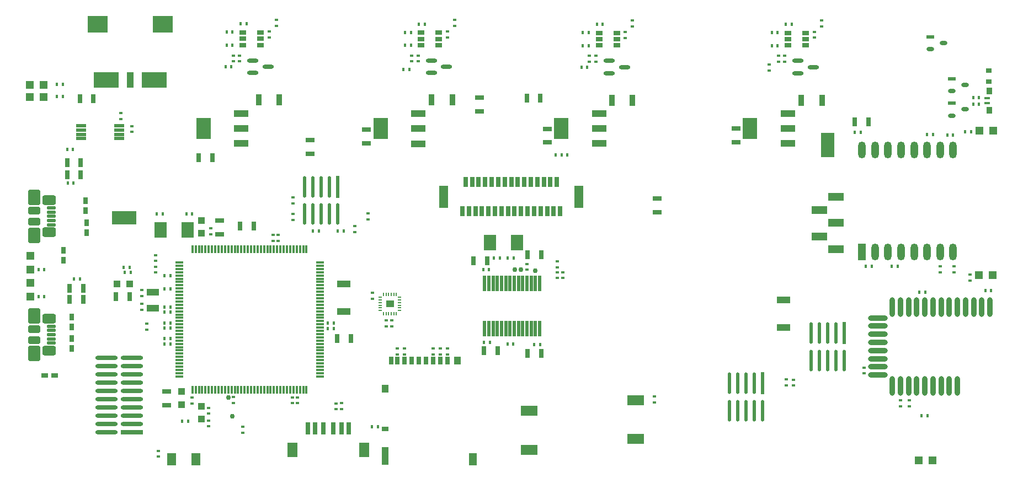
<source format=gtp>
%FSLAX33Y33*%
%MOMM*%
%AMRect-W1500000-H2600000-RO0.500*
21,1,1.5,2.6,0.,0.,270*%
%AMRect-W670710-H1320710-RO1.000*
21,1,0.67071,1.32071,0.,0.,180*%
%AMRect-W370710-H570710-RO1.500*
21,1,0.37071,0.57071,0.,0.,90*%
%AMRect-W1200000-H1200000-RO1.000*
21,1,1.2,1.2,0.,0.,180*%
%AMRect-W1291421-H1844948-RO1.000*
21,1,1.291421,1.844948,0.,0.,180*%
%AMRect-W370710-H570710-RO0.500*
21,1,0.37071,0.57071,0.,0.,270*%
%AMRect-W370710-H570710-RO1.000*
21,1,0.37071,0.57071,0.,0.,180*%
%AMRect-W670710-H1320710-RO1.500*
21,1,0.67071,1.32071,0.,0.,90*%
%AMRect-W1140000-H2290000-RO0.500*
21,1,1.14,2.29,0.,0.,270*%
%AMRect-W600000-H1050000-RO0.500*
21,1,0.6,1.05,0.,0.,270*%
%AMRR-H2375000-W1900000-R299999-RO0.000*
21,1,1.300002,2.375,0.,0.,360*
21,1,1.9,1.775002,0.,0.,360*
1,1,0.599998,-0.650001,0.887501*
1,1,0.599998,0.650001,0.887501*
1,1,0.599998,0.650001,-0.887501*
1,1,0.599998,-0.650001,-0.887501*%
%AMRR-H1174999-W1900000-R299999-RO0.000*
21,1,1.300002,1.174999,0.,0.,360*
21,1,1.9,0.575001,0.,0.,360*
1,1,0.599998,-0.650001,0.2875005*
1,1,0.599998,0.650001,0.2875005*
1,1,0.599998,0.650001,-0.2875005*
1,1,0.599998,-0.650001,-0.2875005*%
%AMRR-H1475000-W2100000-R299999-RO0.000*
21,1,1.500002,1.475,0.,0.,360*
21,1,2.1,0.875002,0.,0.,360*
1,1,0.599998,-0.750001,0.437501*
1,1,0.599998,0.750001,0.437501*
1,1,0.599998,0.750001,-0.437501*
1,1,0.599998,-0.750001,-0.437501*%
%AMRR-H450000-W1380000-R100000-RO0.000*
21,1,1.18,0.45,0.,0.,360*
21,1,1.38,0.25,0.,0.,360*
1,1,0.2,-0.59,0.125*
1,1,0.2,0.59,0.125*
1,1,0.2,0.59,-0.125*
1,1,0.2,-0.59,-0.125*%
%AMRect-W1020000-H760000-RO1.500*
21,1,1.02,0.76,0.,0.,90*%
%AMRR-H637228-W1771339-R318614-RO0.000*
21,1,1.134111,0.637228,0.,0.,360*
1,1,0.637228,-0.5670555,0.*
1,1,0.637228,0.5670555,0.*
1,1,0.637228,0.5670555,-0.*
1,1,0.637228,-0.5670555,0.*%
%AMRect-W3810000-H2290000-RO1.000*
21,1,3.81,2.29,0.,0.,180*%
%AMRect-W1020000-H2290000-RO1.000*
21,1,1.02,2.29,0.,0.,180*%
%AMRect-W3000000-H2500000-RO1.000*
21,1,3.,2.5,0.,0.,180*%
%AMRect-W300000-H1200000-RO1.000*
21,1,0.3,1.2,0.,0.,180*%
%AMRect-W1200000-H300000-RO1.000*
21,1,1.2,0.3,0.,0.,180*%
%AMRect-W1000000-H1000000-RO1.000*
21,1,1.,1.,0.,0.,180*%
%AMRect-W2352833-H494928-RO1.500*
21,1,2.352833,0.494928,0.,0.,90*%
%AMRect-W3323205-H541421-RO0.500*
21,1,3.323205,0.541421,0.,0.,270*%
%AMRR-H541421-W3323205-R270710-RO0.500*
21,1,2.781785,0.541421,0.,0.,270*
21,1,3.323205,0.000001,0.,0.,270*
1,1,0.54142,0.0000005,1.3908925*
1,1,0.54142,0.0000005,-1.3908925*
1,1,0.54142,-0.0000005,-1.3908925*
1,1,0.54142,-0.0000005,1.3908925*%
%AMRect-W950000-H2150000-RO1.500*
21,1,0.95,2.15,0.,0.,90*%
%AMRect-W3250000-H2150000-RO1.500*
21,1,3.25,2.15,0.,0.,90*%
%AMRR-H750000-W750000-R375000-RO1.500*
1,1,0.75,-0.,-0.*
1,1,0.75,-0.,0.*
1,1,0.75,0.,0.*
1,1,0.75,0.,-0.*%
%AMRect-W670710-H1320710-RO0.500*
21,1,0.67071,1.32071,0.,0.,270*%
%AMRect-W670710-H870710-RO1.500*
21,1,0.67071,0.87071,0.,0.,90*%
%AMRect-W1020000-H760000-RO0.500*
21,1,1.02,0.76,0.,0.,270*%
%AMRR-H200000-W634948-R100000-RO0.000*
21,1,0.434948,0.2,0.,0.,360*
1,1,0.2,-0.217474,0.*
1,1,0.2,0.217474,0.*
1,1,0.2,0.217474,-0.*
1,1,0.2,-0.217474,0.*%
%AMRR-H634948-W200000-R100000-RO0.000*
21,1,0.2,0.434948,0.,0.,360*
1,1,0.2,0.,0.217474*
1,1,0.2,0.,0.217474*
1,1,0.2,0.,-0.217474*
1,1,0.2,-0.,-0.217474*%
%AMRR-H610710-W1188281-R305355-RO0.000*
21,1,0.577571,0.61071,0.,0.,360*
1,1,0.61071,-0.2887855,0.*
1,1,0.61071,0.2887855,0.*
1,1,0.61071,0.2887855,-0.*
1,1,0.61071,-0.2887855,0.*%
%AMRect-W3456201-H624928-RO1.000*
21,1,3.456201,0.624928,0.,0.,180*%
%AMRR-H624928-W3456201-R312464-RO1.000*
21,1,2.831273,0.624928,0.,0.,180*
1,1,0.624928,1.4156365,-0.*
1,1,0.624928,-1.4156365,-0.*
1,1,0.624928,-1.4156365,0.*
1,1,0.624928,1.4156365,0.*%
%AMRect-W1500000-H450000-RO1.000*
21,1,1.5,0.45,0.,0.,180*%
%AMRect-W400000-H800000-RO1.500*
21,1,0.4,0.8,0.,0.,90*%
%AMRect-W1000000-H900000-RO1.500*
21,1,1.,0.9,0.,0.,90*%
%AMRect-W1200000-H1200000-RO0.500*
21,1,1.2,1.2,0.,0.,270*%
%AMRect-W1600000-H2200000-RO1.000*
21,1,1.6,2.2,0.,0.,180*%
%AMRect-W700000-H1800000-RO1.000*
21,1,0.7,1.8,0.,0.,180*%
%AMRect-W1000000-H1000000-RO0.500*
21,1,1.,1.,0.,0.,270*%
%AMRect-W1000000-H1000000-RO1.500*
21,1,1.,1.,0.,0.,90*%
%AMRect-W1000000-H2000000-RO0.500*
21,1,1.,2.,0.,0.,270*%
%AMRect-W1000000-H1800000-RO1.500*
21,1,1.,1.8,0.,0.,90*%
%AMRR-H750000-W750000-R375000-RO0.000*
1,1,0.75,0.,0.*
1,1,0.75,0.,0.*
1,1,0.75,0.,-0.*
1,1,0.75,-0.,0.*%
%AMRect-W700000-H1500000-RO1.000*
21,1,0.7,1.5,0.,0.,180*%
%AMRect-W1300000-H3400000-RO1.000*
21,1,1.3,3.4,0.,0.,180*%
%AMRR-H850000-W3000000-R425000-RO0.500*
21,1,2.15,0.85,0.,0.,270*
1,1,0.85,0.,1.075*
1,1,0.85,0.,-1.075*
1,1,0.85,-0.,-1.075*
1,1,0.85,-0.,1.075*%
%AMRR-H3000000-W850000-R425000-RO0.500*
21,1,0.85,2.15,0.,0.,270*
1,1,0.85,1.075,0.*
1,1,0.85,1.075,-0.*
1,1,0.85,-1.075,-0.*
1,1,0.85,-1.075,0.*%
%AMRect-W2000000-H3800000-RO0.500*
21,1,2.,3.8,0.,0.,270*%
%AMRect-W2570710-H1170710-RO1.500*
21,1,2.57071,1.17071,0.,0.,90*%
%AMRR-H1170710-W2570710-R585355-RO1.500*
21,1,1.4,1.17071,0.,0.,90*
1,1,1.17071,-0.,-0.7*
1,1,1.17071,-0.,0.7*
1,1,1.17071,0.,0.7*
1,1,1.17071,0.,-0.7*%
%AMRect-W1900000-H2400000-RO1.000*
21,1,1.9,2.4,0.,0.,180*%
%ADD10R,0.37071X0.57071*%
%ADD11Rect-W1500000-H2600000-RO0.500*%
%ADD12Rect-W670710-H1320710-RO1.000*%
%ADD13R,0.7X1.2*%
%ADD14R,1.X1.2*%
%ADD15R,1.X0.8*%
%ADD16R,1.3X1.9*%
%ADD17R,1.X2.8*%
%ADD18Rect-W370710-H570710-RO1.500*%
%ADD19R,2.X3.8*%
%ADD20Rect-W1200000-H1200000-RO1.000*%
%ADD21Rect-W1291421-H1844948-RO1.000*%
%ADD22Rect-W370710-H570710-RO0.500*%
%ADD23Rect-W370710-H570710-RO1.000*%
%ADD24Rect-W670710-H1320710-RO1.500*%
%ADD25Rect-W1140000-H2290000-RO0.500*%
%ADD26Rect-W600000-H1050000-RO0.500*%
%ADD27RR-H2375000-W1900000-R299999-RO0.000*%
%ADD28RR-H1174999-W1900000-R299999-RO0.000*%
%ADD29RR-H1475000-W2100000-R299999-RO0.000*%
%ADD30RR-H450000-W1380000-R100000-RO0.000*%
%ADD31Rect-W1020000-H760000-RO1.500*%
%ADD32RR-H637228-W1771339-R318614-RO0.000*%
%ADD33Rect-W3810000-H2290000-RO1.000*%
%ADD34Rect-W1020000-H2290000-RO1.000*%
%ADD35Rect-W3000000-H2500000-RO1.000*%
%ADD36R,0.67071X1.32071*%
%ADD37Rect-W300000-H1200000-RO1.000*%
%ADD38Rect-W1200000-H300000-RO1.000*%
%ADD39Rect-W1000000-H1000000-RO1.000*%
%ADD40Rect-W2352833-H494928-RO1.500*%
%ADD41R,0.82071X1.67071*%
%ADD42Rect-W3323205-H541421-RO0.500*%
%ADD43RR-H541421-W3323205-R270710-RO0.500*%
%ADD44Rect-W950000-H2150000-RO1.500*%
%ADD45Rect-W3250000-H2150000-RO1.500*%
%ADD46RR-H750000-W750000-R375000-RO1.500*%
%ADD47Rect-W670710-H1320710-RO0.500*%
%ADD48Rect-W670710-H870710-RO1.500*%
%ADD49Rect-W1020000-H760000-RO0.500*%
%ADD50R,1.226908X1.066908*%
%ADD51RR-H200000-W634948-R100000-RO0.000*%
%ADD52RR-H634948-W200000-R100000-RO0.000*%
%ADD53R,1.188281X0.61071*%
%ADD54RR-H610710-W1188281-R305355-RO0.000*%
%ADD55Rect-W3456201-H624928-RO1.000*%
%ADD56RR-H624928-W3456201-R312464-RO1.000*%
%ADD57Rect-W1500000-H450000-RO1.000*%
%ADD58R,1.9X2.4*%
%ADD59Rect-W400000-H800000-RO1.500*%
%ADD60Rect-W1000000-H900000-RO1.500*%
%ADD61Rect-W1200000-H1200000-RO0.500*%
%ADD62Rect-W1600000-H2200000-RO1.000*%
%ADD63Rect-W700000-H1800000-RO1.000*%
%ADD64R,1.02X0.76*%
%ADD65Rect-W1000000-H1000000-RO0.500*%
%ADD66Rect-W1000000-H1000000-RO1.500*%
%ADD67Rect-W1000000-H2000000-RO0.500*%
%ADD68Rect-W1000000-H1800000-RO1.500*%
%ADD69RR-H750000-W750000-R375000-RO0.000*%
%ADD70Rect-W700000-H1500000-RO1.000*%
%ADD71Rect-W1300000-H3400000-RO1.000*%
%ADD72RR-H850000-W3000000-R425000-RO0.500*%
%ADD73RR-H3000000-W850000-R425000-RO0.500*%
%ADD74Rect-W2000000-H3800000-RO0.500*%
%ADD75Rect-W2570710-H1170710-RO1.500*%
%ADD76RR-H1170710-W2570710-R585355-RO1.500*%
%ADD77Rect-W1900000-H2400000-RO1.000*%
D10*
%LNtop paste_traces*%
%LNtop paste component 8d8176c652b28f31*%
G01*
X21685Y23955D03*
X22585Y23955D03*
%LNtop paste component 3d01b59ca16decc5*%
D11*
X94030Y10475D03*
X94030Y4475D03*
%LNtop paste component fe16d7437670ba7e*%
D10*
X24410Y7240D03*
X25310Y7240D03*
%LNtop paste component 0e7b35130d0ff99a*%
D12*
X72846Y18079D03*
X70746Y18079D03*
%LNtop paste component fd7a499a83045005*%
D13*
X65123Y16505D03*
X64023Y16505D03*
X62923Y16505D03*
X61823Y16505D03*
X60723Y16505D03*
X59623Y16505D03*
X58523Y16505D03*
X57423Y16505D03*
D14*
X66673Y16505D03*
X55523Y12205D03*
D15*
X55523Y6005D03*
D16*
X69023Y1405D03*
D13*
X56473Y16505D03*
D17*
X55523Y1855D03*
%LNtop paste component 472ee2c8e8218825*%
D10*
X31250Y64950D03*
X32150Y64950D03*
%LNtop paste component 5b5cd6c896aa0a3e*%
D18*
X32275Y10026D03*
X32275Y10926D03*
%LNtop paste component 1a99584b80df3def*%
D12*
X8860Y45050D03*
X6760Y45050D03*
%LNtop paste component f3710dcd90077b2c*%
D19*
X123490Y49678D03*
%LNtop paste component d2ac5b4ecff3f70d*%
D20*
X148795Y29684D03*
X146695Y29684D03*
%LNtop paste component 144914b3b249c942*%
X3150Y58875D03*
X1050Y58875D03*
%LNtop paste component 3b8d17955e2cfb77*%
D21*
X26542Y1378D03*
X22789Y1378D03*
%LNtop paste component 2b154f964bafbd44*%
D10*
X74384Y32320D03*
X75284Y32320D03*
%LNtop paste component 9dc9427ff78a1708*%
D22*
X93531Y68781D03*
X93531Y67881D03*
%LNtop paste component 1aa91201bface204*%
D10*
X15445Y30858D03*
X16345Y30858D03*
%LNtop paste component e4a1908786f7aa51*%
D22*
X65149Y18385D03*
X65149Y17485D03*
%LNtop paste component 7beaa66a6f42ca7d*%
D18*
X41425Y40680D03*
X41425Y41580D03*
%LNtop paste component e68585f2b13395c5*%
X28490Y6440D03*
X28490Y7340D03*
%LNtop paste component ef7b2a48bf855c81*%
D23*
X73148Y32320D03*
X72248Y32320D03*
%LNtop paste component 3dea93f421841177*%
D18*
X121425Y66116D03*
X121425Y67016D03*
%LNtop paste component 1809069dcdc6f26b*%
D24*
X97285Y39335D03*
X97285Y41435D03*
%LNtop paste component d80c84a6e1eed75a*%
D10*
X60761Y68225D03*
X61661Y68225D03*
%LNtop paste component 8d3a2affb6dbb62b*%
D25*
X122220Y35625D03*
X124760Y33625D03*
X122220Y39625D03*
X124760Y37725D03*
X124760Y41725D03*
%LNtop paste component 0880f7deec2e2533*%
D26*
X117379Y66831D03*
X117379Y65881D03*
X117379Y64931D03*
X120079Y64931D03*
X120079Y65881D03*
X120079Y66831D03*
%LNtop paste component e63c2a67783a0d7f*%
D22*
X140732Y30999D03*
X140732Y30099D03*
%LNtop paste component c79736d5252f37d5*%
D27*
X1700Y41613D03*
X1700Y35788D03*
D28*
X1700Y37863D03*
X1700Y39538D03*
D29*
X4000Y41163D03*
X4000Y36238D03*
D30*
X4360Y38700D03*
X4360Y39350D03*
X4360Y38050D03*
X4360Y37400D03*
X4360Y40000D03*
%LNtop paste component 6727a126ecd7265b*%
D26*
X88385Y66825D03*
X88385Y65875D03*
X88385Y64925D03*
X91085Y64925D03*
X91085Y65875D03*
X91085Y66825D03*
%LNtop paste component c0d4c99dee96a193*%
D24*
X44075Y48300D03*
X44075Y50400D03*
%LNtop paste component 8ae947fe91c62255*%
D31*
X7475Y18440D03*
X7475Y19960D03*
%LNtop paste component 2876f27dea03bff9*%
D20*
X3150Y56975D03*
X1050Y56975D03*
%LNtop paste component c6927a688512526e*%
D10*
X144574Y51675D03*
X145474Y51675D03*
%LNtop paste component 828fb400653a4caa*%
D18*
X145332Y28850D03*
X145332Y29750D03*
%LNtop paste component b6e25831873a2cb3*%
D10*
X81725Y48089D03*
X82625Y48089D03*
%LNtop paste component 1f7c8ee6a5a79f3e*%
D12*
X9240Y25975D03*
X7140Y25975D03*
%LNtop paste component 04aea7dac335c8d7*%
D10*
X114890Y64887D03*
X115790Y64887D03*
%LNtop paste component c3ff120a042b8933*%
D22*
X114469Y61990D03*
X114469Y61090D03*
%LNtop paste component 185cd787fb42763c*%
D32*
X89917Y62556D03*
X89917Y60656D03*
X92269Y61606D03*
%LNtop paste component 924f47f1949394a8*%
D23*
X128533Y51578D03*
X127633Y51578D03*
%LNtop paste component 04740504d352c888*%
X130204Y30983D03*
X129304Y30983D03*
%LNtop paste component ecaac2564770111f*%
D33*
X20144Y59629D03*
X12774Y59629D03*
D34*
X16459Y59629D03*
D35*
X11459Y68199D03*
X21459Y68199D03*
%LNtop paste component d54c3967a96e4a27*%
D23*
X47696Y21455D03*
X46796Y21455D03*
%LNtop paste component bf5a0dbd02ced38a*%
D36*
X77432Y17649D03*
X79532Y17649D03*
%LNtop paste component 04bd8a68eac8c3b8*%
D10*
X137897Y8050D03*
X138797Y8050D03*
%LNtop paste component a59a4285760105a6*%
D18*
X134622Y9529D03*
X134622Y10429D03*
%LNtop paste component e247659ae5da2a05*%
X118210Y12715D03*
X118210Y13615D03*
%LNtop paste component 7d7ef2977a0af631*%
D22*
X52975Y39111D03*
X52975Y38211D03*
%LNtop paste component 144e545643c7742a*%
D18*
X116890Y62429D03*
X116890Y63329D03*
%LNtop paste component ee61eb7a1f021cdf*%
D37*
X43490Y33655D03*
X42990Y33655D03*
X42490Y33655D03*
X41990Y33655D03*
X41490Y33655D03*
X40990Y33655D03*
X40490Y33655D03*
X39990Y33655D03*
X39490Y33655D03*
X38990Y33655D03*
X38490Y33655D03*
X37990Y33655D03*
X37490Y33655D03*
X36990Y33655D03*
X36490Y33655D03*
X35990Y33655D03*
X35490Y33655D03*
X34990Y33655D03*
X34490Y33655D03*
X33990Y33655D03*
X33490Y33655D03*
X32990Y33655D03*
X32490Y33655D03*
X31990Y33655D03*
X31490Y33655D03*
X30990Y33655D03*
X30490Y33655D03*
X29990Y33655D03*
X29490Y33655D03*
X28990Y33655D03*
X28490Y33655D03*
X27990Y33655D03*
X27490Y33655D03*
X26990Y33655D03*
X26490Y33655D03*
X25990Y33655D03*
D38*
X23940Y31605D03*
X23940Y31105D03*
X23940Y30605D03*
X23940Y30105D03*
X23940Y29605D03*
X23940Y29105D03*
X23940Y28605D03*
X23940Y28105D03*
X23940Y27605D03*
X23940Y27105D03*
X23940Y26605D03*
X23940Y26105D03*
X23940Y25605D03*
X23940Y25105D03*
X23940Y24605D03*
X23940Y24105D03*
X23940Y23605D03*
X23940Y23105D03*
X23940Y22605D03*
X23940Y22105D03*
X23940Y21605D03*
X23940Y21105D03*
X23940Y20605D03*
X23940Y20105D03*
X23940Y19605D03*
X23940Y19105D03*
X23940Y18605D03*
X23940Y18105D03*
X23940Y17605D03*
X23940Y17105D03*
X23940Y16605D03*
X23940Y16105D03*
X23940Y15605D03*
X23940Y15105D03*
X23940Y14605D03*
X23940Y14105D03*
D37*
X25990Y12055D03*
X26490Y12055D03*
X26990Y12055D03*
X27490Y12055D03*
X27990Y12055D03*
X28490Y12055D03*
X28990Y12055D03*
X29490Y12055D03*
X29990Y12055D03*
X30490Y12055D03*
X30990Y12055D03*
X31490Y12055D03*
X31990Y12055D03*
X32490Y12055D03*
X32990Y12055D03*
X33490Y12055D03*
X33990Y12055D03*
X34490Y12055D03*
X34990Y12055D03*
X35490Y12055D03*
X35990Y12055D03*
X36490Y12055D03*
X36990Y12055D03*
X37490Y12055D03*
X37990Y12055D03*
X38490Y12055D03*
X38990Y12055D03*
X39490Y12055D03*
X39990Y12055D03*
X40490Y12055D03*
X40990Y12055D03*
X41490Y12055D03*
X41990Y12055D03*
X42490Y12055D03*
X42990Y12055D03*
X43490Y12055D03*
D38*
X45540Y14105D03*
X45540Y14605D03*
X45540Y15105D03*
X45540Y15605D03*
X45540Y16105D03*
X45540Y16605D03*
X45540Y17105D03*
X45540Y17605D03*
X45540Y18105D03*
X45540Y18605D03*
X45540Y19105D03*
X45540Y19605D03*
X45540Y20105D03*
X45540Y20605D03*
X45540Y21105D03*
X45540Y21605D03*
X45540Y22105D03*
X45540Y22605D03*
X45540Y23105D03*
X45540Y23605D03*
X45540Y24105D03*
X45540Y24605D03*
X45540Y25105D03*
X45540Y25605D03*
X45540Y26105D03*
X45540Y26605D03*
X45540Y27105D03*
X45540Y27605D03*
X45540Y28105D03*
X45540Y28605D03*
X45540Y29105D03*
X45540Y29605D03*
X45540Y30105D03*
X45540Y30605D03*
X45540Y31105D03*
X45540Y31605D03*
%LNtop paste component 1316ecc152b96bef*%
D10*
X21685Y21526D03*
X22585Y21526D03*
%LNtop paste component e71f3a43f9d186e2*%
D12*
X129733Y53228D03*
X127633Y53228D03*
%LNtop paste component 4f30c60152c740b4*%
D22*
X82860Y30125D03*
X82860Y29225D03*
%LNtop paste component 46051a69af0d5c49*%
X18200Y27355D03*
X18200Y26455D03*
%LNtop paste component 1f8d529a554370dc*%
D18*
X60611Y62481D03*
X60611Y63381D03*
%LNtop paste component 8cf7f09d2484a02e*%
D24*
X52676Y49925D03*
X52676Y52025D03*
%LNtop paste component 5cd36c68b9319886*%
D20*
X139525Y1225D03*
X137425Y1225D03*
%LNtop paste component 0a0e2f7a4f3ed2b9*%
D39*
X14380Y28274D03*
X16380Y28274D03*
%LNtop paste component a2b64e7ac695c449*%
D40*
X70815Y21430D03*
X71465Y21430D03*
X72115Y21430D03*
X72765Y21430D03*
X73415Y21430D03*
X74065Y21430D03*
X74715Y21430D03*
X75365Y21430D03*
X76015Y21430D03*
X76665Y21430D03*
X77315Y21430D03*
X77965Y21430D03*
X78615Y21430D03*
X79265Y21430D03*
X79265Y28380D03*
X78615Y28380D03*
X77965Y28380D03*
X77315Y28380D03*
X76665Y28380D03*
X76015Y28380D03*
X75365Y28380D03*
X74715Y28380D03*
X74065Y28380D03*
X73415Y28380D03*
X72765Y28380D03*
X72115Y28380D03*
X71465Y28380D03*
X70815Y28380D03*
%LNtop paste component 38765db894e370be*%
D22*
X20330Y30958D03*
X20330Y30058D03*
%LNtop paste component a37bbd21f024ed2e*%
D23*
X3265Y30500D03*
X2365Y30500D03*
%LNtop paste component e3f12bc31d3a9d5e*%
D22*
X16725Y52535D03*
X16725Y51635D03*
%LNtop paste component 5d60acce7bdf39a9*%
D24*
X109375Y50077D03*
X109375Y52177D03*
%LNtop paste component c858da9c56f3dd89*%
D41*
X36181Y56600D03*
X39331Y56600D03*
%LNtop paste component 63b482e9184ac18f*%
D22*
X142832Y30999D03*
X142832Y30099D03*
%LNtop paste component ad50baec9b816738*%
D42*
X126040Y20775D03*
D43*
X124770Y20775D03*
X123500Y20775D03*
X122230Y20775D03*
X120960Y20775D03*
X120960Y16575D03*
X122230Y16575D03*
X123500Y16575D03*
X124770Y16575D03*
X126040Y16575D03*
%LNtop paste component f2cf5345188db369*%
D18*
X48890Y9100D03*
X48890Y10000D03*
%LNtop paste component 353a72c03a01567e*%
D22*
X66247Y68840D03*
X66247Y67940D03*
%LNtop paste component f8b917937ce2e48c*%
D18*
X48002Y9071D03*
X48002Y9971D03*
%LNtop paste component 826ee86a6110c803*%
X65147Y66169D03*
X65147Y67069D03*
%LNtop paste component 83eb58aa2097c4ec*%
D23*
X49199Y36400D03*
X48299Y36400D03*
%LNtop paste component db17a9d485ecb4ec*%
D42*
X113474Y13075D03*
D43*
X112204Y13075D03*
X110934Y13075D03*
X109664Y13075D03*
X108394Y13075D03*
X108394Y8875D03*
X109664Y8875D03*
X110934Y8875D03*
X112204Y8875D03*
X113474Y8875D03*
%LNtop paste component 5ecef07d49f884a5*%
D18*
X15010Y53640D03*
X15010Y54540D03*
%LNtop paste component bee5185e08f694e2*%
D10*
X85896Y64881D03*
X86796Y64881D03*
%LNtop paste component 280561f3ec84658d*%
D22*
X38885Y68850D03*
X38885Y67950D03*
%LNtop paste component 5c266f642727c042*%
D20*
X148831Y51853D03*
X146731Y51853D03*
%LNtop paste component 49a83e3a9dc71b46*%
D18*
X28490Y8384D03*
X28490Y9284D03*
%LNtop paste component f08dc699ec134955*%
D44*
X117350Y49877D03*
X117350Y52177D03*
X117350Y54477D03*
D45*
X111550Y52177D03*
%LNtop paste component 69cd73b6b327bc92*%
D46*
X75473Y30545D03*
X75473Y30545D03*
%LNtop paste component 970d371178abbcf5*%
D10*
X5185Y57125D03*
X6085Y57125D03*
%LNtop paste component 39a0bfe3b2350c9e*%
D47*
X69998Y56909D03*
X69998Y54809D03*
%LNtop paste component 1cc09027eb38ce9b*%
D18*
X25900Y9970D03*
X25900Y10870D03*
%LNtop paste component 7107ca69831607bf*%
X41425Y38141D03*
X41425Y39041D03*
%LNtop paste component f48335e4e9decfc4*%
D22*
X50925Y37200D03*
X50925Y36300D03*
%LNtop paste component 3ab9664808152359*%
D23*
X7660Y48950D03*
X6760Y48950D03*
%LNtop paste component af033e1c492ae95d*%
D10*
X137557Y27058D03*
X138457Y27058D03*
%LNtop paste component 2d90ec1d0748b19b*%
D44*
X33465Y49856D03*
X33465Y52156D03*
X33465Y54456D03*
D45*
X27665Y52156D03*
%LNtop paste component d27d84eaa347f958*%
D22*
X64023Y18385D03*
X64023Y17485D03*
%LNtop paste component 5de6e7fe50158b50*%
D48*
X148175Y59375D03*
X148175Y61075D03*
%LNtop paste component 44c60319f72123e5*%
D24*
X22075Y9690D03*
X22075Y11790D03*
%LNtop paste component a55f8ae80a7a14a2*%
D47*
X30179Y38055D03*
X30179Y35955D03*
%LNtop paste component b3cf2e6ef0ef8bc3*%
D22*
X57423Y18385D03*
X57423Y17485D03*
%LNtop paste component 959c788615aec3ae*%
D49*
X9570Y41095D03*
X9570Y39575D03*
%LNtop paste component 49d05dd4d8323a29*%
D46*
X78615Y30310D03*
X78615Y30310D03*
%LNtop paste component 7430ddeb3dd5fc96*%
D22*
X81940Y30125D03*
X81940Y29225D03*
%LNtop paste component db6d5425d10731f1*%
D18*
X92431Y66110D03*
X92431Y67010D03*
%LNtop paste component 10dd6778e93854e2*%
X37785Y66180D03*
X37785Y67080D03*
%LNtop paste component 43362bd5c8bdc124*%
D10*
X31069Y61700D03*
X31969Y61700D03*
%LNtop paste component 9f2c17ba99f530e3*%
D50*
X56295Y25237D03*
D51*
X54795Y26237D03*
X54795Y25837D03*
X54795Y25437D03*
X54795Y25037D03*
X54795Y24637D03*
X54795Y24237D03*
X57795Y24237D03*
X57795Y24637D03*
X57795Y25037D03*
X57795Y25437D03*
X57795Y25837D03*
X57795Y26237D03*
D52*
X55295Y23737D03*
X55695Y23737D03*
X56095Y23737D03*
X56495Y23737D03*
X56895Y23737D03*
X57295Y23737D03*
X57295Y26737D03*
X56895Y26737D03*
X56495Y26737D03*
X56095Y26737D03*
X55695Y26737D03*
X55295Y26737D03*
%LNtop paste component 0b715b62e3bf0e49*%
D18*
X117146Y12735D03*
X117146Y13635D03*
%LNtop paste component 26c4431250563243*%
D36*
X77284Y56840D03*
X79384Y56840D03*
%LNtop paste component 6031f9cdd8e4b04e*%
D10*
X6845Y43775D03*
X7745Y43775D03*
%LNtop paste component ef280bc6f74bfb2e*%
D53*
X142492Y59839D03*
D54*
X142492Y57939D03*
X144574Y58889D03*
%LNtop paste component fa21a9d3bd844be7*%
D18*
X18200Y24326D03*
X18200Y25226D03*
%LNtop paste component d54e979d13f42d40*%
D44*
X88385Y49875D03*
X88385Y52175D03*
X88385Y54475D03*
D45*
X82585Y52175D03*
%LNtop paste component 9b55379032d8c9c0*%
D10*
X21685Y27540D03*
X22585Y27540D03*
%LNtop paste component e82b31195342867a*%
X117040Y68172D03*
X117940Y68172D03*
%LNtop paste component 7bf998789c9ff3ea*%
D18*
X33725Y5482D03*
X33725Y6382D03*
%LNtop paste component f3434e46003b0ccb*%
D10*
X21685Y22265D03*
X22585Y22265D03*
%LNtop paste component e23ea7a53add430a*%
D23*
X16530Y30058D03*
X15630Y30058D03*
%LNtop paste component 988c8f7ed45134d7*%
D31*
X9720Y36170D03*
X9720Y37690D03*
%LNtop paste component 02eef23b9c902560*%
D26*
X61101Y66884D03*
X61101Y65934D03*
X61101Y64984D03*
X63801Y64984D03*
X63801Y65934D03*
X63801Y66884D03*
%LNtop paste component 3f541ab5453583bc*%
D55*
X16662Y5542D03*
D56*
X16662Y6812D03*
X16662Y8082D03*
X16662Y9352D03*
X16662Y10622D03*
X16662Y11892D03*
X16662Y13162D03*
X16662Y14432D03*
X16662Y15702D03*
X16662Y16972D03*
X12812Y16972D03*
X12812Y15702D03*
X12812Y14432D03*
X12812Y13162D03*
X12812Y11892D03*
X12812Y10622D03*
X12812Y9352D03*
X12812Y8082D03*
X12812Y6812D03*
X12812Y5542D03*
%LNtop paste component 62634b369605b090*%
D22*
X62909Y18385D03*
X62909Y17485D03*
%LNtop paste component 622bd1f5f309ca93*%
D57*
X14725Y50625D03*
X14725Y51275D03*
X14725Y51925D03*
X14725Y52575D03*
X8925Y52575D03*
X8925Y51925D03*
X8925Y51275D03*
X8925Y50625D03*
%LNtop paste component 8923e593803fd707*%
D58*
X21130Y36645D03*
X25230Y36645D03*
%LNtop paste component 25284b0402c3bfe6*%
D24*
X80475Y50025D03*
X80475Y52125D03*
%LNtop paste component febdacfb4f08a233*%
D22*
X19000Y22190D03*
X19000Y21290D03*
%LNtop paste component 3723c693607afaf3*%
D36*
X69098Y31871D03*
X71198Y31871D03*
%LNtop paste component fc4e03e3c9d22ab0*%
D18*
X41340Y9990D03*
X41340Y10890D03*
%LNtop paste component 25462f31514284bd*%
D10*
X133304Y30983D03*
X134204Y30983D03*
%LNtop paste component 1b216497c65caac9*%
D59*
X147900Y56075D03*
X147900Y56875D03*
D60*
X148300Y57975D03*
X148300Y54975D03*
%LNtop paste component c78ed1da4f342122*%
D32*
X62632Y62615D03*
X62632Y60715D03*
X64985Y61665D03*
%LNtop paste component 1867d35bb2e3c436*%
D61*
X1125Y28450D03*
X1125Y26350D03*
%LNtop paste component 5d127be8eb0e2b21*%
D41*
X62712Y56590D03*
X65862Y56590D03*
%LNtop paste component 509a3a5afecf4227*%
D23*
X71634Y19325D03*
X70734Y19325D03*
%LNtop paste component 65340895eec323eb*%
D22*
X28775Y36830D03*
X28775Y35930D03*
%LNtop paste component 5ca2c09644e85525*%
D62*
X41375Y2840D03*
X52325Y2840D03*
D63*
X47600Y6140D03*
X46100Y6140D03*
X44850Y6140D03*
X48850Y6140D03*
X43725Y6140D03*
X49975Y6140D03*
%LNtop paste component e3502e1ebebbaac5*%
D64*
X3315Y14275D03*
X4835Y14275D03*
%LNtop paste component f2272e70da39e357*%
D65*
X27340Y36055D03*
X27340Y38055D03*
%LNtop paste component 908bd1544145bc55*%
D66*
X27340Y9526D03*
X27340Y7526D03*
%LNtop paste component 402ba1477a15d08c*%
D27*
X1700Y23437D03*
X1700Y17613D03*
D28*
X1700Y19688D03*
X1700Y21362D03*
D29*
X4000Y22988D03*
X4000Y18063D03*
D30*
X4360Y20525D03*
X4360Y21175D03*
X4360Y19875D03*
X4360Y19225D03*
X4360Y21825D03*
%LNtop paste component 5e01ebb6bc54e4ce*%
D10*
X141818Y51183D03*
X142718Y51183D03*
%LNtop paste component f47dae6f4f63a3b6*%
X21727Y29605D03*
X22627Y29605D03*
%LNtop paste component 170232427ef444b2*%
D11*
X77700Y8835D03*
X77700Y2835D03*
%LNtop paste component ec9132a84d053e23*%
D67*
X49175Y28315D03*
X49175Y24115D03*
%LNtop paste component fcdfb43fd35516fd*%
D10*
X58375Y61225D03*
X59275Y61225D03*
%LNtop paste component fa6e9773b869d26f*%
X58611Y66949D03*
X59511Y66949D03*
%LNtop paste component 9ae18aea2424862a*%
D23*
X83525Y48089D03*
X82625Y48089D03*
%LNtop paste component 8eddb5cf009cd23a*%
D49*
X7475Y23205D03*
X7475Y21685D03*
%LNtop paste component ac5826cc5d9b9a69*%
D68*
X19900Y24540D03*
X19900Y27040D03*
%LNtop paste component 8cf3f6702e1caed8*%
D18*
X56615Y21787D03*
X56615Y22687D03*
%LNtop paste component 717900f00a3b5bc3*%
D10*
X138718Y51253D03*
X139618Y51253D03*
%LNtop paste component 8f421eb2e089771f*%
D23*
X8710Y29041D03*
X7810Y29041D03*
%LNtop paste component c399f8e71cd1d686*%
D41*
X119438Y56525D03*
X122588Y56525D03*
%LNtop paste component 077e4978e90a6db0*%
D18*
X20750Y1787D03*
X20750Y2687D03*
%LNtop paste component 1af1d8ccd3f6753e*%
D10*
X58611Y64940D03*
X59511Y64940D03*
%LNtop paste component aa60d0c5f09d0721*%
D18*
X87896Y62422D03*
X87896Y63322D03*
%LNtop paste component a321f854a0d5c79b*%
X59611Y62481D03*
X59611Y63381D03*
%LNtop paste component 8244c4feca57a32b*%
D10*
X85675Y61581D03*
X86575Y61581D03*
%LNtop paste component 0f985c52631dac36*%
D18*
X136011Y9529D03*
X136011Y10429D03*
%LNtop paste component ff33558aa4b295eb*%
D22*
X39140Y35805D03*
X39140Y34905D03*
%LNtop paste component 123483fc50da1542*%
D26*
X33740Y66894D03*
X33740Y65944D03*
X33740Y64994D03*
X36440Y64994D03*
X36440Y65944D03*
X36440Y66894D03*
%LNtop paste component af44085506bac241*%
D53*
X142492Y56070D03*
D54*
X142492Y54170D03*
X144574Y55120D03*
%LNtop paste component 9e3d7324e22117a3*%
D23*
X45389Y36425D03*
X44489Y36425D03*
%LNtop paste component 93f38a023da17cd6*%
D12*
X35404Y37195D03*
X33304Y37195D03*
%LNtop paste component 824cabfdecc261bf*%
D10*
X21685Y19890D03*
X22585Y19890D03*
%LNtop paste component 58e0e3ab8d523528*%
D12*
X29025Y47665D03*
X26925Y47665D03*
%LNtop paste component 214df6988992703d*%
D23*
X148557Y27298D03*
X147657Y27298D03*
%LNtop paste component 83e4475318e607e2*%
D22*
X122525Y68787D03*
X122525Y67887D03*
%LNtop paste component 50431e7013874158*%
X96870Y11040D03*
X96870Y10140D03*
%LNtop paste component c3bde98ccaa3052b*%
D61*
X1125Y32600D03*
X1125Y30500D03*
%LNtop paste component 0593d9ffbd24c44e*%
D23*
X3265Y26350D03*
X2365Y26350D03*
%LNtop paste component 024c6d64018cff86*%
D22*
X77334Y31396D03*
X77334Y30496D03*
%LNtop paste component 3781c02c2c945f9a*%
D12*
X50316Y19945D03*
X48216Y19945D03*
%LNtop paste component 3274f8c609a35545*%
D32*
X118911Y62562D03*
X118911Y60662D03*
X121264Y61612D03*
%LNtop paste component f6df7f4d1f3640f4*%
D69*
X76378Y30545D03*
X76378Y30545D03*
%LNtop paste component 3d1b104ce7776bda*%
D70*
X74912Y43968D03*
X73912Y43968D03*
X72912Y43968D03*
X71912Y43968D03*
X70912Y43968D03*
X69912Y43968D03*
X68912Y43968D03*
X67912Y43968D03*
X75912Y43968D03*
X76912Y43968D03*
X77912Y43968D03*
X78912Y43968D03*
X79912Y43968D03*
X80912Y43968D03*
X81912Y43968D03*
X74412Y39468D03*
X75412Y39468D03*
X76412Y39468D03*
X77412Y39468D03*
X78412Y39468D03*
X79412Y39468D03*
X80412Y39468D03*
X81412Y39468D03*
X82412Y39468D03*
X73412Y39468D03*
X72412Y39468D03*
X71412Y39468D03*
X70412Y39468D03*
X69412Y39468D03*
X68412Y39468D03*
X67412Y39468D03*
D71*
X64562Y41718D03*
X85262Y41718D03*
%LNtop paste component 3118d642431897a9*%
D10*
X33400Y68235D03*
X34300Y68235D03*
%LNtop paste component d756b0f3de137564*%
D18*
X86896Y62422D03*
X86896Y63322D03*
%LNtop paste component e927691bf38237cc*%
D53*
X139175Y66255D03*
D54*
X139175Y64355D03*
X141257Y65305D03*
%LNtop paste component a709101080705d9f*%
D12*
X8860Y46900D03*
X6760Y46900D03*
%LNtop paste component 1fd9ae6837c5f772*%
X16380Y26399D03*
X14280Y26399D03*
%LNtop paste component 897a30fea384ecaa*%
D10*
X70596Y30545D03*
X71496Y30545D03*
%LNtop paste component e1a164b93856580c*%
X53554Y6375D03*
X54454Y6375D03*
%LNtop paste component 5d90992ed9f498fd*%
D72*
X148372Y24733D03*
X147122Y24733D03*
X145872Y24733D03*
X144622Y24733D03*
X143372Y24733D03*
X142122Y24733D03*
X140872Y24733D03*
X139622Y24733D03*
X138372Y24733D03*
X137122Y24733D03*
X135872Y24733D03*
X134622Y24733D03*
X133372Y24733D03*
X133372Y12683D03*
X134622Y12683D03*
X135872Y12683D03*
X137122Y12683D03*
X138372Y12683D03*
X139622Y12683D03*
X140872Y12683D03*
X142122Y12683D03*
X143372Y12683D03*
D73*
X131172Y23083D03*
X131172Y21833D03*
X131172Y20583D03*
X131172Y19333D03*
X131172Y18083D03*
X131172Y16833D03*
X131172Y15583D03*
X131172Y14333D03*
%LNtop paste component 99daae9fe26e86b6*%
D69*
X31475Y10841D03*
X31475Y10841D03*
%LNtop paste component d8cee48e8ff96c47*%
D22*
X58526Y18385D03*
X58526Y17485D03*
%LNtop paste component 9cb900031a0671d1*%
D74*
X15500Y38450D03*
%LNtop paste component 28192905440398cf*%
D18*
X129035Y14573D03*
X129035Y15473D03*
%LNtop paste component fd9e32851b1a968f*%
X115890Y62429D03*
X115890Y63329D03*
%LNtop paste component 943096fe0fdf62be*%
D22*
X81960Y31766D03*
X81960Y30866D03*
%LNtop paste component fbaa139785d5d001*%
D10*
X114890Y66896D03*
X115790Y66896D03*
%LNtop paste component 5d8e5d3223352b87*%
D75*
X128718Y33253D03*
D76*
X130718Y33253D03*
X132718Y33253D03*
X134718Y33253D03*
X136718Y33253D03*
X138718Y33253D03*
X140718Y33253D03*
X142718Y33253D03*
X142718Y48853D03*
X140718Y48853D03*
X138718Y48853D03*
X136718Y48853D03*
X134718Y48853D03*
X132718Y48853D03*
X130718Y48853D03*
X128718Y48853D03*
%LNtop paste component a0ebedd698096f78*%
D66*
X24325Y11784D03*
X24325Y9784D03*
%LNtop paste component db0a61bcf7d980cc*%
D23*
X146696Y56960D03*
X145796Y56960D03*
%LNtop paste component 0d2bc5847bfa080e*%
D42*
X48299Y43241D03*
D43*
X47029Y43241D03*
X45759Y43241D03*
X44489Y43241D03*
X43219Y43241D03*
X43219Y39041D03*
X44489Y39041D03*
X45759Y39041D03*
X47029Y39041D03*
X48299Y39041D03*
%LNtop paste component 77c8c10840c0f26f*%
D32*
X35271Y62625D03*
X35271Y60725D03*
X37624Y61675D03*
%LNtop paste component 7b93359e390f13c6*%
D10*
X31250Y66959D03*
X32150Y66959D03*
%LNtop paste component 6330e45dfde8971e*%
X78417Y19025D03*
X79317Y19025D03*
%LNtop paste component 016259ba95e127a7*%
D77*
X75782Y34649D03*
X71682Y34649D03*
%LNtop paste component 45713196ea83a0c4*%
D10*
X5185Y58995D03*
X6085Y58995D03*
%LNtop paste component fc635b20bf64d0b2*%
D22*
X38340Y35805D03*
X38340Y34905D03*
%LNtop paste component d8cd95f865bef560*%
D23*
X47696Y22255D03*
X46796Y22255D03*
%LNtop paste component 814900f2c4c50c01*%
D22*
X53625Y26922D03*
X53625Y26022D03*
%LNtop paste component 150b5ce9479cf8f3*%
D10*
X74332Y19040D03*
X75232Y19040D03*
%LNtop paste component f4a0d2fdeb86aa98*%
D18*
X55715Y21787D03*
X55715Y22687D03*
%LNtop paste component f99ed21790de5835*%
D10*
X88046Y68166D03*
X88946Y68166D03*
%LNtop paste component 4b9d4b0ea25b2389*%
D69*
X32115Y8009D03*
X32115Y8009D03*
%LNtop paste component 40e102f5aa2dd50c*%
D23*
X146696Y55875D03*
X145796Y55875D03*
%LNtop paste component 920b73b8cf1ad10f*%
D10*
X21685Y19105D03*
X22585Y19105D03*
%LNtop paste component e279d8d45f6048e9*%
X85896Y66890D03*
X86796Y66890D03*
%LNtop paste component dfa9d7292b2a35a7*%
D18*
X32250Y62492D03*
X32250Y63392D03*
%LNtop paste component ec05c047ddfb53dd*%
X42129Y9990D03*
X42129Y10890D03*
%LNtop paste component 2c9d19963eac73e8*%
X20330Y31842D03*
X20330Y32742D03*
%LNtop paste component fae200ceadefa762*%
D23*
X25944Y39049D03*
X25044Y39049D03*
%LNtop paste component 398d6df0609cfbdc*%
D12*
X79484Y32789D03*
X77384Y32789D03*
%LNtop paste component 28dcf01339a34074*%
D18*
X33250Y62492D03*
X33250Y63392D03*
%LNtop paste component 333def8ce290ed47*%
D12*
X9260Y27635D03*
X7160Y27635D03*
%LNtop paste component 816223da94ddce42*%
D10*
X21685Y24755D03*
X22585Y24755D03*
%LNtop paste component 1210e5d02afc38b8*%
D67*
X116659Y25856D03*
X116659Y21656D03*
%LNtop paste component 508762a1ba1dc963*%
D10*
X20515Y39049D03*
X21415Y39049D03*
%LNtop paste component 6ec3e93b289073ff*%
D41*
X90380Y56500D03*
X93530Y56500D03*
%LNtop paste component 14ee5db84be4efac*%
D12*
X10800Y56735D03*
X8700Y56735D03*
%LNtop paste component 777e85f40f63b617*%
D44*
X60650Y49850D03*
X60650Y52150D03*
X60650Y54450D03*
D45*
X54850Y52150D03*
%LNtop paste component a5a82ebd41b34ddd*%
D49*
X6200Y33435D03*
X6200Y31915D03*
M02*
</source>
